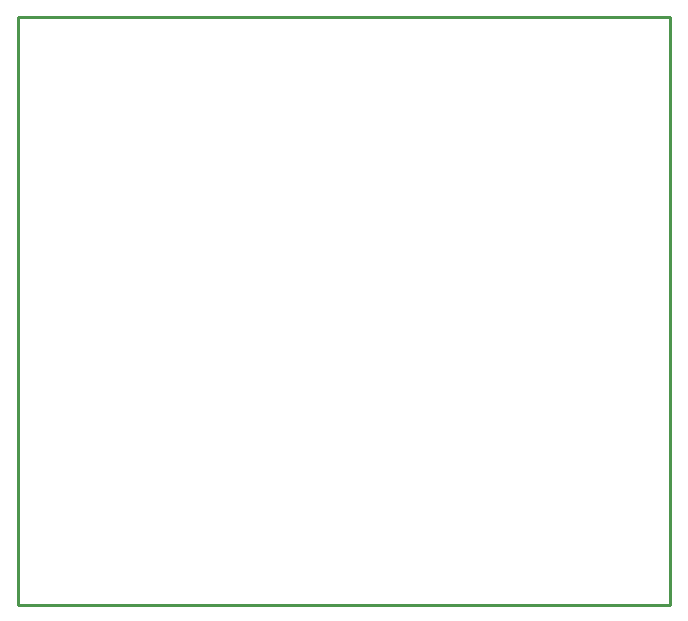
<source format=gbr>
G04 EAGLE Gerber RS-274X export*
G75*
%MOMM*%
%FSLAX34Y34*%
%LPD*%
%IN*%
%IPPOS*%
%AMOC8*
5,1,8,0,0,1.08239X$1,22.5*%
G01*
%ADD10C,0.254000*%


D10*
X0Y0D02*
X552000Y0D01*
X552000Y498000D01*
X0Y498000D01*
X0Y0D01*
M02*

</source>
